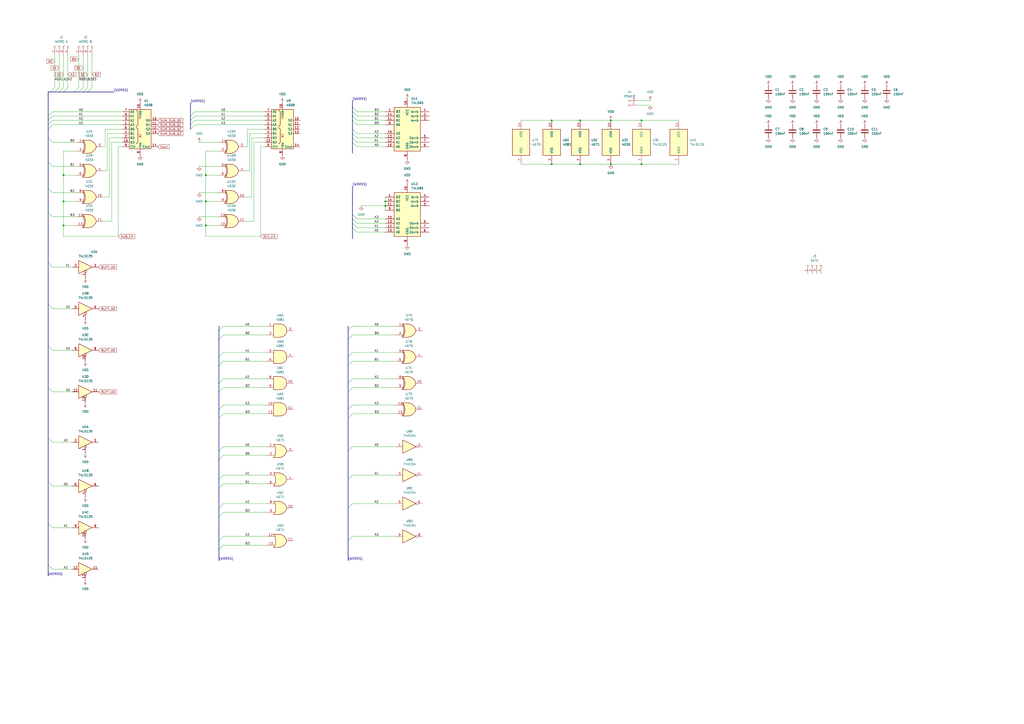
<source format=kicad_sch>
(kicad_sch (version 20231120) (generator "eeschema") (generator_version "8.0")
  (paper "A2")
  (lib_symbols
    (symbol "4xxx:4070" (pin_names (offset 1.016))
      (property "Reference" "U" (at 0 1.27 0))
      (property "Value" "4070" (at 0 -1.27 0))
      (symbol "4070_1_0"
        (pin input line (at -7.62 2.54 0) (length 4.445) (name "~") (number "1"))
        (pin input line (at -7.62 -2.54 0) (length 4.445) (name "~") (number "2"))
        (pin output line (at 7.62 0 180) (length 3.81) (name "~") (number "3"))
      )
      (symbol "4070_2_0"
        (pin output line (at 7.62 0 180) (length 3.81) (name "~") (number "4"))
        (pin input line (at -7.62 2.54 0) (length 4.445) (name "~") (number "5"))
        (pin input line (at -7.62 -2.54 0) (length 4.445) (name "~") (number "6"))
      )
      (symbol "4070_3_0"
        (pin output line (at 7.62 0 180) (length 3.81) (name "~") (number "10"))
        (pin input line (at -7.62 2.54 0) (length 4.445) (name "~") (number "8"))
        (pin input line (at -7.62 -2.54 0) (length 4.445) (name "~") (number "9"))
      )
      (symbol "4070_4_0"
        (pin output line (at 7.62 0 180) (length 3.81) (name "~") (number "11"))
        (pin input line (at -7.62 2.54 0) (length 4.445) (name "~") (number "12"))
        (pin input line (at -7.62 -2.54 0) (length 4.445) (name "~") (number "13"))
      )
      (symbol "4070_5_0"
        (pin power_in line (at 0 12.7 270) (length 5.08) (name "VDD") (number "14"))
        (pin power_in line (at 0 -12.7 90) (length 5.08) (name "VSS") (number "7"))
      )
    )
    (symbol "4xxx:4071" (pin_names (offset 1.016))
      (property "Reference" "U" (at 0 1.27 0))
      (property "Value" "4071" (at 0 -1.27 0))
      (symbol "4071_1_1"
        (pin input line (at -7.62 2.54 0) (length 4.318) (name "~") (number "1"))
        (pin input line (at -7.62 -2.54 0) (length 4.318) (name "~") (number "2"))
        (pin output line (at 7.62 0 180) (length 3.81) (name "~") (number "3"))
      )
      (symbol "4071_1_2"
        (pin input inverted (at -7.62 2.54 0) (length 3.81) (name "~") (number "1"))
        (pin input inverted (at -7.62 -2.54 0) (length 3.81) (name "~") (number "2"))
        (pin output inverted (at 7.62 0 180) (length 3.81) (name "~") (number "3"))
      )
      (symbol "4071_2_1"
        (pin output line (at 7.62 0 180) (length 3.81) (name "~") (number "4"))
        (pin input line (at -7.62 2.54 0) (length 4.318) (name "~") (number "5"))
        (pin input line (at -7.62 -2.54 0) (length 4.318) (name "~") (number "6"))
      )
      (symbol "4071_2_2"
        (pin output inverted (at 7.62 0 180) (length 3.81) (name "~") (number "4"))
        (pin input inverted (at -7.62 2.54 0) (length 3.81) (name "~") (number "5"))
        (pin input inverted (at -7.62 -2.54 0) (length 3.81) (name "~") (number "6"))
      )
      (symbol "4071_3_1"
        (pin output line (at 7.62 0 180) (length 3.81) (name "~") (number "10"))
        (pin input line (at -7.62 2.54 0) (length 4.318) (name "~") (number "8"))
        (pin input line (at -7.62 -2.54 0) (length 4.318) (name "~") (number "9"))
      )
      (symbol "4071_3_2"
        (pin output inverted (at 7.62 0 180) (length 3.81) (name "~") (number "10"))
        (pin input inverted (at -7.62 2.54 0) (length 3.81) (name "~") (number "8"))
        (pin input inverted (at -7.62 -2.54 0) (length 3.81) (name "~") (number "9"))
      )
      (symbol "4071_4_1"
        (pin output line (at 7.62 0 180) (length 3.81) (name "~") (number "11"))
        (pin input line (at -7.62 2.54 0) (length 4.318) (name "~") (number "12"))
        (pin input line (at -7.62 -2.54 0) (length 4.318) (name "~") (number "13"))
      )
      (symbol "4071_4_2"
        (pin output inverted (at 7.62 0 180) (length 3.81) (name "~") (number "11"))
        (pin input inverted (at -7.62 2.54 0) (length 3.81) (name "~") (number "12"))
        (pin input inverted (at -7.62 -2.54 0) (length 3.81) (name "~") (number "13"))
      )
      (symbol "4071_5_0"
        (pin power_in line (at 0 12.7 270) (length 5.08) (name "VDD") (number "14"))
        (pin power_in line (at 0 -12.7 90) (length 5.08) (name "VSS") (number "7"))
      )
    )
    (symbol "4xxx:4081" (pin_names (offset 1.016))
      (property "Reference" "U" (at 0 1.27 0))
      (property "Value" "4081" (at 0 -1.27 0))
      (symbol "4081_1_1"
        (pin input line (at -7.62 2.54 0) (length 3.81) (name "~") (number "1"))
        (pin input line (at -7.62 -2.54 0) (length 3.81) (name "~") (number "2"))
        (pin output line (at 7.62 0 180) (length 3.81) (name "~") (number "3"))
      )
      (symbol "4081_1_2"
        (pin input inverted (at -7.62 2.54 0) (length 4.318) (name "~") (number "1"))
        (pin input inverted (at -7.62 -2.54 0) (length 4.318) (name "~") (number "2"))
        (pin output inverted (at 7.62 0 180) (length 3.81) (name "~") (number "3"))
      )
      (symbol "4081_2_1"
        (pin output line (at 7.62 0 180) (length 3.81) (name "~") (number "4"))
        (pin input line (at -7.62 2.54 0) (length 3.81) (name "~") (number "5"))
        (pin input line (at -7.62 -2.54 0) (length 3.81) (name "~") (number "6"))
      )
      (symbol "4081_2_2"
        (pin output inverted (at 7.62 0 180) (length 3.81) (name "~") (number "4"))
        (pin input inverted (at -7.62 2.54 0) (length 4.318) (name "~") (number "5"))
        (pin input inverted (at -7.62 -2.54 0) (length 4.318) (name "~") (number "6"))
      )
      (symbol "4081_3_1"
        (pin output line (at 7.62 0 180) (length 3.81) (name "~") (number "10"))
        (pin input line (at -7.62 2.54 0) (length 3.81) (name "~") (number "8"))
        (pin input line (at -7.62 -2.54 0) (length 3.81) (name "~") (number "9"))
      )
      (symbol "4081_3_2"
        (pin output inverted (at 7.62 0 180) (length 3.81) (name "~") (number "10"))
        (pin input inverted (at -7.62 2.54 0) (length 4.318) (name "~") (number "8"))
        (pin input inverted (at -7.62 -2.54 0) (length 4.318) (name "~") (number "9"))
      )
      (symbol "4081_4_1"
        (pin output line (at 7.62 0 180) (length 3.81) (name "~") (number "11"))
        (pin input line (at -7.62 2.54 0) (length 3.81) (name "~") (number "12"))
        (pin input line (at -7.62 -2.54 0) (length 3.81) (name "~") (number "13"))
      )
      (symbol "4081_4_2"
        (pin output inverted (at 7.62 0 180) (length 3.81) (name "~") (number "11"))
        (pin input inverted (at -7.62 2.54 0) (length 4.318) (name "~") (number "12"))
        (pin input inverted (at -7.62 -2.54 0) (length 4.318) (name "~") (number "13"))
      )
      (symbol "4081_5_0"
        (pin power_in line (at 0 12.7 270) (length 5.08) (name "VDD") (number "14"))
        (pin power_in line (at 0 -12.7 90) (length 5.08) (name "VSS") (number "7"))
      )
    )
    (symbol "4xxx_IEEE:4008"
      (property "Reference" "U" (at 5.08 12.7 0))
      (property "Value" "4008" (at 7.62 -13.97 0))
      (symbol "4008_0_0"
        (text "P" (at 0 6.35 0) (effects (font (size 1.524 1.524))))
        (text "Q" (at 0 -3.81 0) (effects (font (size 1.524 1.524))))
      )
      (symbol "4008_1_1"
        (pin input line (at -10.16 2.54 0) (length 3.81) (name "A3") (number "1"))
        (pin output line (at 10.16 5.08 180) (length 3.81) (name "S0") (number "10"))
        (pin output line (at 10.16 2.54 180) (length 3.81) (name "S1") (number "11"))
        (pin output line (at 10.16 0 180) (length 3.81) (name "S2") (number "12"))
        (pin output line (at 10.16 -2.54 180) (length 3.81) (name "S3") (number "13"))
        (pin output line (at 10.16 -10.16 180) (length 3.81) (name "Cout") (number "14"))
        (pin input line (at -10.16 -7.62 0) (length 3.81) (name "B3") (number "15"))
        (pin power_in line (at 0 15.24 270) (length 3.81) (name "Vdd") (number "16"))
        (pin input line (at -10.16 -5.08 0) (length 3.81) (name "B2") (number "2"))
        (pin input line (at -10.16 5.08 0) (length 3.81) (name "A2") (number "3"))
        (pin input line (at -10.16 -2.54 0) (length 3.81) (name "B1") (number "4"))
        (pin input line (at -10.16 7.62 0) (length 3.81) (name "A1") (number "5"))
        (pin input line (at -10.16 0 0) (length 3.81) (name "B0") (number "6"))
        (pin input line (at -10.16 10.16 0) (length 3.81) (name "A0") (number "7"))
        (pin power_in line (at 0 -15.24 90) (length 3.81) (name "Vss") (number "8"))
        (pin input line (at -10.16 -10.16 0) (length 3.81) (name "Cin") (number "9"))
      )
    )
    (symbol "74xx:74HC04"
      (property "Reference" "U" (at 0 1.27 0))
      (property "Value" "74HC04" (at 0 -1.27 0))
      (symbol "74HC04_1_0"
        (pin input line (at -7.62 0 0) (length 3.81) (name "~") (number "1"))
        (pin output inverted (at 7.62 0 180) (length 3.81) (name "~") (number "2"))
      )
      (symbol "74HC04_2_0"
        (pin input line (at -7.62 0 0) (length 3.81) (name "~") (number "3"))
        (pin output inverted (at 7.62 0 180) (length 3.81) (name "~") (number "4"))
      )
      (symbol "74HC04_3_0"
        (pin input line (at -7.62 0 0) (length 3.81) (name "~") (number "5"))
        (pin output inverted (at 7.62 0 180) (length 3.81) (name "~") (number "6"))
      )
      (symbol "74HC04_4_0"
        (pin output inverted (at 7.62 0 180) (length 3.81) (name "~") (number "8"))
        (pin input line (at -7.62 0 0) (length 3.81) (name "~") (number "9"))
      )
      (symbol "74HC04_5_0"
        (pin output inverted (at 7.62 0 180) (length 3.81) (name "~") (number "10"))
        (pin input line (at -7.62 0 0) (length 3.81) (name "~") (number "11"))
      )
      (symbol "74HC04_6_0"
        (pin output inverted (at 7.62 0 180) (length 3.81) (name "~") (number "12"))
        (pin input line (at -7.62 0 0) (length 3.81) (name "~") (number "13"))
      )
      (symbol "74HC04_7_0"
        (pin power_in line (at 0 12.7 270) (length 5.08) (name "VCC") (number "14"))
        (pin power_in line (at 0 -12.7 90) (length 5.08) (name "GND") (number "7"))
      )
    )
    (symbol "74xx:74LS125" (pin_names (offset 1.016))
      (property "Reference" "U" (at 0 1.27 0))
      (property "Value" "74LS125" (at 0 -1.27 0))
      (symbol "74LS125_1_0"
        (pin input inverted (at 0 -6.35 90) (length 4.445) (name "~") (number "1"))
        (pin input line (at -7.62 0 0) (length 3.81) (name "~") (number "2"))
        (pin tri_state line (at 7.62 0 180) (length 3.81) (name "~") (number "3"))
      )
      (symbol "74LS125_2_0"
        (pin input inverted (at 0 -6.35 90) (length 4.445) (name "~") (number "4"))
        (pin input line (at -7.62 0 0) (length 3.81) (name "~") (number "5"))
        (pin tri_state line (at 7.62 0 180) (length 3.81) (name "~") (number "6"))
      )
      (symbol "74LS125_3_0"
        (pin input inverted (at 0 -6.35 90) (length 4.445) (name "~") (number "10"))
        (pin tri_state line (at 7.62 0 180) (length 3.81) (name "~") (number "8"))
        (pin input line (at -7.62 0 0) (length 3.81) (name "~") (number "9"))
      )
      (symbol "74LS125_4_0"
        (pin tri_state line (at 7.62 0 180) (length 3.81) (name "~") (number "11"))
        (pin input line (at -7.62 0 0) (length 3.81) (name "~") (number "12"))
        (pin input inverted (at 0 -6.35 90) (length 4.445) (name "~") (number "13"))
      )
      (symbol "74LS125_5_0"
        (pin power_in line (at 0 12.7 270) (length 5.08) (name "VCC") (number "14"))
        (pin power_in line (at 0 -12.7 90) (length 5.08) (name "GND") (number "7"))
      )
    )
    (symbol "74xx:74LS85" (pin_names (offset 1.016))
      (property "Reference" "U" (at -7.62 13.97 0))
      (property "Value" "74LS85" (at -7.62 -13.97 0))
      (symbol "74LS85_1_0"
        (pin input line (at -12.7 10.16 0) (length 5.08) (name "B3") (number "1"))
        (pin input line (at -12.7 -10.16 0) (length 5.08) (name "A0") (number "10"))
        (pin input line (at -12.7 5.08 0) (length 5.08) (name "B1") (number "11"))
        (pin input line (at -12.7 -7.62 0) (length 5.08) (name "A1") (number "12"))
        (pin input line (at -12.7 -5.08 0) (length 5.08) (name "A2") (number "13"))
        (pin input line (at -12.7 7.62 0) (length 5.08) (name "B2") (number "14"))
        (pin input line (at -12.7 -2.54 0) (length 5.08) (name "A3") (number "15"))
        (pin power_in line (at 0 17.78 270) (length 5.08) (name "VCC") (number "16"))
        (pin input line (at 12.7 7.62 180) (length 5.08) (name "Ia<b") (number "2"))
        (pin input line (at 12.7 5.08 180) (length 5.08) (name "Ia=b") (number "3"))
        (pin input line (at 12.7 10.16 180) (length 5.08) (name "Ia>b") (number "4"))
        (pin output line (at 12.7 -5.08 180) (length 5.08) (name "Oa>b") (number "5"))
        (pin output line (at 12.7 -10.16 180) (length 5.08) (name "Oa=b") (number "6"))
        (pin output line (at 12.7 -7.62 180) (length 5.08) (name "Oa<b") (number "7"))
        (pin power_in line (at 0 -17.78 90) (length 5.08) (name "GND") (number "8"))
        (pin input line (at -12.7 2.54 0) (length 5.08) (name "B0") (number "9"))
      )
    )
    (symbol "Connector:Conn_01x02_Socket" (pin_names (offset 1.016) hide)
      (property "Reference" "J" (at 0 2.54 0))
      (property "Value" "Conn_01x02_Socket" (at 0 -5.08 0))
      (symbol "Conn_01x02_Socket_1_1"
        (pin passive line (at -5.08 0 0) (length 3.81) (name "Pin_1") (number "1"))
        (pin passive line (at -5.08 -2.54 0) (length 3.81) (name "Pin_2") (number "2"))
      )
    )
    (symbol "Connector:Conn_01x04_Socket" (pin_names (offset 1.016) hide)
      (property "Reference" "J" (at 0 5.08 0))
      (property "Value" "Conn_01x04_Socket" (at 0 -7.62 0))
      (symbol "Conn_01x04_Socket_1_1"
        (pin passive line (at -5.08 2.54 0) (length 3.81) (name "Pin_1") (number "1"))
        (pin passive line (at -5.08 0 0) (length 3.81) (name "Pin_2") (number "2"))
        (pin passive line (at -5.08 -2.54 0) (length 3.81) (name "Pin_3") (number "3"))
        (pin passive line (at -5.08 -5.08 0) (length 3.81) (name "Pin_4") (number "4"))
      )
    )
    (symbol "Device:C" (pin_numbers hide) (pin_names (offset 0.254))
      (property "Reference" "C" (at 0.635 2.54 0))
      (property "Value" "C" (at 0.635 -2.54 0))
      (symbol "C_1_1"
        (pin passive line (at 0 3.81 270) (length 2.794) (name "~") (number "1"))
        (pin passive line (at 0 -3.81 90) (length 2.794) (name "~") (number "2"))
      )
    )
    (symbol "power:GND" (power) (pin_numbers hide) (pin_names (offset 0) hide)
      (property "Value" "GND" (at 0 -3.81 0))
      (symbol "GND_1_1"
        (pin power_in line (at 0 0 270) (length 0) (name "~") (number "1"))
      )
    )
    (symbol "power:VDD" (power) (pin_numbers hide) (pin_names (offset 0) hide)
      (property "Value" "VDD" (at 0 3.556 0))
      (symbol "VDD_1_1"
        (pin power_in line (at 0 0 90) (length 0) (name "~") (number "1"))
      )
    )
  )
  (bus_alias "WORDS" (members "A0" "A1" "A2" "A3" "B0" "B1" "B2" "B3"))
  (junction (at 320.04 95.25))
  (junction (at 320.04 69.85))
  (junction (at 354.33 69.85))
  (junction (at 372.11 69.85))
  (junction (at 372.11 95.25))
  (junction (at 223.52 119.38))
  (junction (at 223.52 116.84))
  (junction (at 119.38 101.6))
  (junction (at 36.83 130.81))
  (junction (at 119.38 130.81))
  (junction (at 119.38 116.84))
  (junction (at 36.83 101.6))
  (junction (at 336.55 95.25))
  (junction (at 354.33 95.25))
  (junction (at 336.55 69.85))
  (junction (at 36.83 116.84))
  (bus_entry (at 27.94 72.39) (size 2.54 -2.54))
  (bus_entry (at 27.94 327.66) (size 2.54 2.54))
  (bus_entry (at 127 283.21) (size 2.54 -2.54))
  (bus_entry (at 27.94 109.22) (size 2.54 2.54))
  (bus_entry (at 201.93 294.64) (size 2.54 -2.54))
  (bus_entry (at 27.94 69.85) (size 2.54 -2.54))
  (bus_entry (at 201.93 222.25) (size 2.54 -2.54))
  (bus_entry (at 204.47 62.23) (size 2.54 2.54))
  (bus_entry (at 43.18 53.34) (size 2.54 -2.54))
  (bus_entry (at 204.47 129.54) (size 2.54 2.54))
  (bus_entry (at 201.93 261.62) (size 2.54 -2.54))
  (bus_entry (at 127 261.62) (size 2.54 -2.54))
  (bus_entry (at 127 318.77) (size 2.54 -2.54))
  (bus_entry (at 27.94 303.53) (size 2.54 2.54))
  (bus_entry (at 110.49 72.39) (size 2.54 -2.54))
  (bus_entry (at 204.47 67.31) (size 2.54 2.54))
  (bus_entry (at 204.47 80.01) (size 2.54 2.54))
  (bus_entry (at 201.93 278.13) (size 2.54 -2.54))
  (bus_entry (at 204.47 132.08) (size 2.54 2.54))
  (bus_entry (at 201.93 212.09) (size 2.54 -2.54))
  (bus_entry (at 201.93 227.33) (size 2.54 -2.54))
  (bus_entry (at 127 299.72) (size 2.54 -2.54))
  (bus_entry (at 204.47 127) (size 2.54 2.54))
  (bus_entry (at 27.94 176.53) (size 2.54 2.54))
  (bus_entry (at 48.26 53.34) (size 2.54 -2.54))
  (bus_entry (at 127 207.01) (size 2.54 -2.54))
  (bus_entry (at 27.94 123.19) (size 2.54 2.54))
  (bus_entry (at 27.94 224.79) (size 2.54 2.54))
  (bus_entry (at 27.94 200.66) (size 2.54 2.54))
  (bus_entry (at 201.93 242.57) (size 2.54 -2.54))
  (bus_entry (at 127 191.77) (size 2.54 -2.54))
  (bus_entry (at 201.93 207.01) (size 2.54 -2.54))
  (bus_entry (at 201.93 196.85) (size 2.54 -2.54))
  (bus_entry (at 201.93 191.77) (size 2.54 -2.54))
  (bus_entry (at 127 222.25) (size 2.54 -2.54))
  (bus_entry (at 204.47 69.85) (size 2.54 2.54))
  (bus_entry (at 127 237.49) (size 2.54 -2.54))
  (bus_entry (at 34.29 53.34) (size 2.54 -2.54))
  (bus_entry (at 204.47 74.93) (size 2.54 2.54))
  (bus_entry (at 27.94 74.93) (size 2.54 -2.54))
  (bus_entry (at 201.93 313.69) (size 2.54 -2.54))
  (bus_entry (at 27.94 93.98) (size 2.54 2.54))
  (bus_entry (at 127 313.69) (size 2.54 -2.54))
  (bus_entry (at 29.21 53.34) (size 2.54 -2.54))
  (bus_entry (at 127 266.7) (size 2.54 -2.54))
  (bus_entry (at 204.47 82.55) (size 2.54 2.54))
  (bus_entry (at 45.72 53.34) (size 2.54 -2.54))
  (bus_entry (at 110.49 74.93) (size 2.54 -2.54))
  (bus_entry (at 127 196.85) (size 2.54 -2.54))
  (bus_entry (at 36.83 53.34) (size 2.54 -2.54))
  (bus_entry (at 27.94 67.31) (size 2.54 -2.54))
  (bus_entry (at 127 278.13) (size 2.54 -2.54))
  (bus_entry (at 27.94 254) (size 2.54 2.54))
  (bus_entry (at 204.47 124.46) (size 2.54 2.54))
  (bus_entry (at 204.47 77.47) (size 2.54 2.54))
  (bus_entry (at 127 242.57) (size 2.54 -2.54))
  (bus_entry (at 204.47 64.77) (size 2.54 2.54))
  (bus_entry (at 50.8 53.34) (size 2.54 -2.54))
  (bus_entry (at 27.94 152.4) (size 2.54 2.54))
  (bus_entry (at 27.94 80.01) (size 2.54 2.54))
  (bus_entry (at 110.49 69.85) (size 2.54 -2.54))
  (bus_entry (at 127 212.09) (size 2.54 -2.54))
  (bus_entry (at 110.49 67.31) (size 2.54 -2.54))
  (bus_entry (at 31.75 53.34) (size 2.54 -2.54))
  (bus_entry (at 127 227.33) (size 2.54 -2.54))
  (bus_entry (at 127 294.64) (size 2.54 -2.54))
  (bus_entry (at 201.93 237.49) (size 2.54 -2.54))
  (bus_entry (at 27.94 279.4) (size 2.54 2.54))
  (bus (pts (xy 127 222.25) (xy 127 227.33)))
  (wire (pts (xy 204.47 240.03) (xy 229.87 240.03)))
  (bus (pts (xy 204.47 124.46) (xy 204.47 127)))
  (bus (pts (xy 204.47 82.55) (xy 204.47 88.9)))
  (wire (pts (xy 223.52 116.84) (xy 223.52 119.38)))
  (wire (pts (xy 36.83 130.81) (xy 44.45 130.81)))
  (wire (pts (xy 119.38 116.84) (xy 119.38 130.81)))
  (bus (pts (xy 127 278.13) (xy 127 283.21)))
  (wire (pts (xy 142.24 128.27) (xy 147.32 128.27)))
  (wire (pts (xy 369.57 60.96) (xy 377.19 60.96)))
  (wire (pts (xy 115.57 82.55) (xy 127 82.55)))
  (wire (pts (xy 36.83 87.63) (xy 36.83 101.6)))
  (wire (pts (xy 30.48 306.07) (xy 41.91 306.07)))
  (wire (pts (xy 129.54 219.71) (xy 154.94 219.71)))
  (bus (pts (xy 127 266.7) (xy 127 278.13)))
  (wire (pts (xy 372.11 95.25) (xy 393.7 95.25)))
  (bus (pts (xy 27.94 109.22) (xy 27.94 123.19)))
  (wire (pts (xy 60.96 85.09) (xy 60.96 74.93)))
  (wire (pts (xy 129.54 275.59) (xy 154.94 275.59)))
  (wire (pts (xy 129.54 224.79) (xy 154.94 224.79)))
  (wire (pts (xy 50.8 31.75) (xy 50.8 50.8)))
  (bus (pts (xy 127 189.23) (xy 127 191.77)))
  (wire (pts (xy 204.47 275.59) (xy 229.87 275.59)))
  (wire (pts (xy 153.67 77.47) (xy 144.78 77.47)))
  (bus (pts (xy 110.49 67.31) (xy 110.49 69.85)))
  (wire (pts (xy 143.51 74.93) (xy 153.67 74.93)))
  (bus (pts (xy 201.93 242.57) (xy 201.93 261.62)))
  (wire (pts (xy 204.47 189.23) (xy 229.87 189.23)))
  (wire (pts (xy 30.48 72.39) (xy 71.12 72.39)))
  (bus (pts (xy 201.93 261.62) (xy 201.93 278.13)))
  (wire (pts (xy 151.13 137.16) (xy 151.13 85.09)))
  (bus (pts (xy 27.94 72.39) (xy 27.94 74.93)))
  (wire (pts (xy 119.38 130.81) (xy 127 130.81)))
  (wire (pts (xy 146.05 80.01) (xy 153.67 80.01)))
  (wire (pts (xy 129.54 209.55) (xy 154.94 209.55)))
  (wire (pts (xy 369.57 58.42) (xy 377.19 58.42)))
  (wire (pts (xy 115.57 96.52) (xy 127 96.52)))
  (bus (pts (xy 201.93 191.77) (xy 201.93 196.85)))
  (bus (pts (xy 110.49 59.69) (xy 110.49 67.31)))
  (wire (pts (xy 30.48 330.2) (xy 41.91 330.2)))
  (bus (pts (xy 204.47 129.54) (xy 204.47 132.08)))
  (wire (pts (xy 36.83 116.84) (xy 44.45 116.84)))
  (wire (pts (xy 142.24 114.3) (xy 146.05 114.3)))
  (wire (pts (xy 207.01 77.47) (xy 223.52 77.47)))
  (bus (pts (xy 127 261.62) (xy 127 266.7)))
  (wire (pts (xy 204.47 194.31) (xy 229.87 194.31)))
  (bus (pts (xy 201.93 212.09) (xy 201.93 222.25)))
  (bus (pts (xy 27.94 123.19) (xy 27.94 152.4)))
  (wire (pts (xy 207.01 72.39) (xy 223.52 72.39)))
  (wire (pts (xy 68.58 85.09) (xy 71.12 85.09)))
  (wire (pts (xy 204.47 204.47) (xy 229.87 204.47)))
  (wire (pts (xy 204.47 219.71) (xy 229.87 219.71)))
  (wire (pts (xy 129.54 204.47) (xy 154.94 204.47)))
  (wire (pts (xy 119.38 101.6) (xy 119.38 116.84)))
  (wire (pts (xy 354.33 69.85) (xy 372.11 69.85)))
  (wire (pts (xy 30.48 82.55) (xy 44.45 82.55)))
  (wire (pts (xy 34.29 31.75) (xy 34.29 50.8)))
  (bus (pts (xy 27.94 200.66) (xy 27.94 224.79)))
  (wire (pts (xy 59.69 114.3) (xy 63.5 114.3)))
  (wire (pts (xy 63.5 114.3) (xy 63.5 80.01)))
  (wire (pts (xy 68.58 137.16) (xy 68.58 85.09)))
  (wire (pts (xy 223.52 114.3) (xy 223.52 116.84)))
  (wire (pts (xy 30.48 281.94) (xy 41.91 281.94)))
  (bus (pts (xy 110.49 72.39) (xy 110.49 74.93)))
  (bus (pts (xy 110.49 69.85) (xy 110.49 72.39)))
  (bus (pts (xy 204.47 132.08) (xy 204.47 138.43)))
  (wire (pts (xy 30.48 67.31) (xy 71.12 67.31)))
  (wire (pts (xy 209.55 119.38) (xy 223.52 119.38)))
  (wire (pts (xy 119.38 130.81) (xy 119.38 137.16)))
  (wire (pts (xy 30.48 256.54) (xy 41.91 256.54)))
  (wire (pts (xy 204.47 234.95) (xy 229.87 234.95)))
  (bus (pts (xy 204.47 107.95) (xy 204.47 124.46)))
  (wire (pts (xy 36.83 137.16) (xy 68.58 137.16)))
  (wire (pts (xy 48.26 31.75) (xy 48.26 50.8)))
  (bus (pts (xy 204.47 127) (xy 204.47 129.54)))
  (wire (pts (xy 59.69 99.06) (xy 62.23 99.06)))
  (bus (pts (xy 27.94 74.93) (xy 27.94 80.01)))
  (wire (pts (xy 115.57 125.73) (xy 127 125.73)))
  (bus (pts (xy 27.94 279.4) (xy 27.94 303.53)))
  (bus (pts (xy 27.94 80.01) (xy 27.94 93.98)))
  (wire (pts (xy 44.45 87.63) (xy 36.83 87.63)))
  (wire (pts (xy 63.5 80.01) (xy 71.12 80.01)))
  (bus (pts (xy 204.47 62.23) (xy 204.47 64.77)))
  (bus (pts (xy 43.18 53.34) (xy 45.72 53.34)))
  (wire (pts (xy 30.48 64.77) (xy 71.12 64.77)))
  (bus (pts (xy 31.75 53.34) (xy 34.29 53.34)))
  (wire (pts (xy 113.03 67.31) (xy 153.67 67.31)))
  (bus (pts (xy 127 242.57) (xy 127 261.62)))
  (wire (pts (xy 53.34 31.75) (xy 53.34 50.8)))
  (wire (pts (xy 64.77 128.27) (xy 64.77 82.55)))
  (wire (pts (xy 147.32 82.55) (xy 153.67 82.55)))
  (bus (pts (xy 27.94 327.66) (xy 27.94 334.01)))
  (bus (pts (xy 204.47 77.47) (xy 204.47 80.01)))
  (bus (pts (xy 127 313.69) (xy 127 318.77)))
  (bus (pts (xy 204.47 67.31) (xy 204.47 69.85)))
  (bus (pts (xy 201.93 278.13) (xy 201.93 294.64)))
  (wire (pts (xy 30.48 96.52) (xy 44.45 96.52)))
  (bus (pts (xy 201.93 222.25) (xy 201.93 227.33)))
  (bus (pts (xy 27.94 254) (xy 27.94 279.4)))
  (wire (pts (xy 223.52 119.38) (xy 223.52 121.92)))
  (bus (pts (xy 204.47 58.42) (xy 204.47 62.23)))
  (wire (pts (xy 207.01 134.62) (xy 223.52 134.62)))
  (wire (pts (xy 60.96 85.09) (xy 59.69 85.09)))
  (bus (pts (xy 29.21 53.34) (xy 31.75 53.34)))
  (wire (pts (xy 320.04 95.25) (xy 336.55 95.25)))
  (wire (pts (xy 129.54 297.18) (xy 154.94 297.18)))
  (wire (pts (xy 36.83 101.6) (xy 36.83 116.84)))
  (wire (pts (xy 207.01 64.77) (xy 223.52 64.77)))
  (wire (pts (xy 60.96 74.93) (xy 71.12 74.93)))
  (bus (pts (xy 50.8 53.34) (xy 66.04 53.34)))
  (wire (pts (xy 129.54 292.1) (xy 154.94 292.1)))
  (wire (pts (xy 207.01 127) (xy 223.52 127)))
  (bus (pts (xy 127 283.21) (xy 127 294.64)))
  (wire (pts (xy 119.38 116.84) (xy 127 116.84)))
  (wire (pts (xy 204.47 209.55) (xy 229.87 209.55)))
  (bus (pts (xy 27.94 93.98) (xy 27.94 109.22)))
  (wire (pts (xy 302.26 69.85) (xy 320.04 69.85)))
  (wire (pts (xy 30.48 69.85) (xy 71.12 69.85)))
  (wire (pts (xy 129.54 189.23) (xy 154.94 189.23)))
  (bus (pts (xy 127 196.85) (xy 127 207.01)))
  (bus (pts (xy 27.94 67.31) (xy 27.94 69.85)))
  (bus (pts (xy 127 237.49) (xy 127 242.57)))
  (wire (pts (xy 31.75 31.75) (xy 31.75 50.8)))
  (bus (pts (xy 27.94 224.79) (xy 27.94 254)))
  (bus (pts (xy 201.93 294.64) (xy 201.93 313.69)))
  (wire (pts (xy 144.78 77.47) (xy 144.78 99.06)))
  (wire (pts (xy 115.57 111.76) (xy 127 111.76)))
  (wire (pts (xy 147.32 128.27) (xy 147.32 82.55)))
  (wire (pts (xy 336.55 69.85) (xy 354.33 69.85)))
  (wire (pts (xy 320.04 69.85) (xy 336.55 69.85)))
  (wire (pts (xy 30.48 203.2) (xy 41.91 203.2)))
  (wire (pts (xy 30.48 125.73) (xy 44.45 125.73)))
  (wire (pts (xy 119.38 137.16) (xy 151.13 137.16)))
  (bus (pts (xy 201.93 196.85) (xy 201.93 207.01)))
  (wire (pts (xy 302.26 95.25) (xy 320.04 95.25)))
  (wire (pts (xy 204.47 311.15) (xy 229.87 311.15)))
  (wire (pts (xy 207.01 82.55) (xy 223.52 82.55)))
  (wire (pts (xy 113.03 64.77) (xy 153.67 64.77)))
  (bus (pts (xy 34.29 53.34) (xy 36.83 53.34)))
  (wire (pts (xy 207.01 67.31) (xy 223.52 67.31)))
  (bus (pts (xy 127 227.33) (xy 127 237.49)))
  (bus (pts (xy 204.47 74.93) (xy 204.47 77.47)))
  (wire (pts (xy 204.47 292.1) (xy 229.87 292.1)))
  (wire (pts (xy 207.01 129.54) (xy 223.52 129.54)))
  (wire (pts (xy 146.05 114.3) (xy 146.05 80.01)))
  (bus (pts (xy 45.72 53.34) (xy 48.26 53.34)))
  (bus (pts (xy 127 212.09) (xy 127 222.25)))
  (bus (pts (xy 48.26 53.34) (xy 50.8 53.34)))
  (wire (pts (xy 113.03 72.39) (xy 153.67 72.39)))
  (bus (pts (xy 127 207.01) (xy 127 212.09)))
  (wire (pts (xy 129.54 259.08) (xy 154.94 259.08)))
  (wire (pts (xy 113.03 69.85) (xy 153.67 69.85)))
  (bus (pts (xy 204.47 80.01) (xy 204.47 82.55)))
  (wire (pts (xy 30.48 179.07) (xy 41.91 179.07)))
  (wire (pts (xy 354.33 95.25) (xy 372.11 95.25)))
  (wire (pts (xy 143.51 85.09) (xy 143.51 74.93)))
  (wire (pts (xy 127 87.63) (xy 119.38 87.63)))
  (wire (pts (xy 30.48 227.33) (xy 41.91 227.33)))
  (wire (pts (xy 207.01 85.09) (xy 223.52 85.09)))
  (bus (pts (xy 201.93 189.23) (xy 201.93 191.77)))
  (wire (pts (xy 30.48 111.76) (xy 44.45 111.76)))
  (bus (pts (xy 27.94 303.53) (xy 27.94 327.66)))
  (wire (pts (xy 119.38 87.63) (xy 119.38 101.6)))
  (wire (pts (xy 142.24 99.06) (xy 144.78 99.06)))
  (bus (pts (xy 201.93 207.01) (xy 201.93 212.09)))
  (bus (pts (xy 27.94 176.53) (xy 27.94 200.66)))
  (wire (pts (xy 143.51 85.09) (xy 142.24 85.09)))
  (bus (pts (xy 27.94 69.85) (xy 27.94 72.39)))
  (wire (pts (xy 30.48 154.94) (xy 41.91 154.94)))
  (bus (pts (xy 27.94 53.34) (xy 29.21 53.34)))
  (wire (pts (xy 207.01 132.08) (xy 223.52 132.08)))
  (bus (pts (xy 127 191.77) (xy 127 196.85)))
  (bus (pts (xy 201.93 227.33) (xy 201.93 237.49)))
  (bus (pts (xy 127 294.64) (xy 127 299.72)))
  (wire (pts (xy 36.83 130.81) (xy 36.83 137.16)))
  (wire (pts (xy 39.37 31.75) (xy 39.37 50.8)))
  (wire (pts (xy 336.55 95.25) (xy 354.33 95.25)))
  (wire (pts (xy 119.38 101.6) (xy 127 101.6)))
  (bus (pts (xy 36.83 53.34) (xy 43.18 53.34)))
  (wire (pts (xy 129.54 240.03) (xy 154.94 240.03)))
  (bus (pts (xy 204.47 69.85) (xy 204.47 74.93)))
  (wire (pts (xy 207.01 80.01) (xy 223.52 80.01)))
  (bus (pts (xy 201.93 313.69) (xy 201.93 325.12)))
  (wire (pts (xy 36.83 101.6) (xy 44.45 101.6)))
  (bus (pts (xy 127 299.72) (xy 127 313.69)))
  (wire (pts (xy 129.54 234.95) (xy 154.94 234.95)))
  (wire (pts (xy 64.77 82.55) (xy 71.12 82.55)))
  (bus (pts (xy 127 318.77) (xy 127 325.12)))
  (wire (pts (xy 36.83 116.84) (xy 36.83 130.81)))
  (wire (pts (xy 129.54 316.23) (xy 154.94 316.23)))
  (wire (pts (xy 207.01 69.85) (xy 223.52 69.85)))
  (wire (pts (xy 59.69 128.27) (xy 64.77 128.27)))
  (wire (pts (xy 372.11 69.85) (xy 393.7 69.85)))
  (wire (pts (xy 151.13 85.09) (xy 153.67 85.09)))
  (wire (pts (xy 204.47 259.08) (xy 229.87 259.08)))
  (bus (pts (xy 204.47 64.77) (xy 204.47 67.31)))
  (wire (pts (xy 71.12 77.47) (xy 62.23 77.47)))
  (wire (pts (xy 36.83 31.75) (xy 36.83 50.8)))
  (wire (pts (xy 129.54 280.67) (xy 154.94 280.67)))
  (wire (pts (xy 129.54 264.16) (xy 154.94 264.16)))
  (bus (pts (xy 201.93 237.49) (xy 201.93 242.57)))
  (bus (pts (xy 27.94 152.4) (xy 27.94 176.53)))
  (wire (pts (xy 204.47 224.79) (xy 229.87 224.79)))
  (wire (pts (xy 129.54 311.15) (xy 154.94 311.15)))
  (bus (pts (xy 27.94 53.34) (xy 27.94 67.31)))
  (wire (pts (xy 45.72 31.75) (xy 45.72 50.8)))
  (wire (pts (xy 62.23 77.47) (xy 62.23 99.06)))
  (wire (pts (xy 129.54 194.31) (xy 154.94 194.31)))
  (label "A3" (at 217.17 234.95 0))
  (label "B1" (at 142.24 209.55 0))
  (label "A2" (at 142.24 219.71 0))
  (label "B3" (at 142.24 240.03 0))
  (label "A3" (at 217.17 311.15 0))
  (label "{WORDS}" (at 127 325.12 0))
  (label "A3" (at 142.24 311.15 0))
  (label "A1" (at 128.27 67.31 0))
  (label "A3" (at 142.24 234.95 0))
  (label "B1" (at 217.17 69.85 0))
  (label "A3" (at 128.27 72.39 0))
  (label "A0" (at 45.72 64.77 0))
  (label "B2" (at 217.17 67.31 0))
  (label "B0" (at 40.64 82.55 0))
  (label "B2" (at 40.64 111.76 0))
  (label "B3" (at 217.17 64.77 0))
  (label "A2" (at 128.27 69.85 0))
  (label "A2" (at 38.1 179.07 0))
  (label "B0" (at 217.17 72.39 0))
  (label "B3" (at 142.24 316.23 0))
  (label "A2" (at 36.83 46.99 0))
  (label "A0" (at 217.17 134.62 0))
  (label "B0" (at 45.72 46.99 0))
  (label "A1" (at 34.29 46.99 0))
  (label "A0" (at 38.1 227.33 0))
  (label "B0" (at 217.17 194.31 0))
  (label "B3" (at 53.34 46.99 0))
  (label "A1" (at 217.17 275.59 0))
  (label "A1" (at 45.72 67.31 0))
  (label "A3" (at 217.17 127 0))
  (label "A2" (at 217.17 292.1 0))
  (label "A2" (at 217.17 219.71 0))
  (label "A2" (at 39.37 46.99 0))
  (label "A1" (at 142.24 204.47 0))
  (label "A3" (at 38.1 203.2 0))
  (label "B1" (at 142.24 280.67 0))
  (label "B2" (at 50.8 46.99 0))
  (label "A0" (at 36.83 281.94 0))
  (label "B3" (at 40.64 125.73 0))
  (label "A1" (at 36.83 306.07 0))
  (label "A0" (at 128.27 64.77 0))
  (label "B0" (at 142.24 264.16 0))
  (label "B2" (at 217.17 224.79 0))
  (label "{WORDS}" (at 204.47 107.95 0))
  (label "B3" (at 217.17 240.03 0))
  (label "A2" (at 217.17 80.01 0))
  (label "A1" (at 217.17 132.08 0))
  (label "A3" (at 45.72 72.39 0))
  (label "{WORDS}" (at 201.93 325.12 0))
  (label "A2" (at 217.17 129.54 0))
  (label "B1" (at 40.64 96.52 0))
  (label "{WORDS}" (at 110.49 59.69 0))
  (label "A1" (at 142.24 275.59 0))
  (label "A0" (at 217.17 189.23 0))
  (label "{WORDS}" (at 66.04 53.34 0))
  (label "A0" (at 142.24 259.08 0))
  (label "A0" (at 217.17 259.08 0))
  (label "B0" (at 142.24 194.31 0))
  (label "B1" (at 217.17 209.55 0))
  (label "B2" (at 142.24 297.18 0))
  (label "A3" (at 217.17 77.47 0))
  (label "A1" (at 38.1 154.94 0))
  (label "A0" (at 142.24 189.23 0))
  (label "B1" (at 48.26 46.99 0))
  (label "A1" (at 217.17 204.47 0))
  (label "B2" (at 142.24 224.79 0))
  (label "A1" (at 217.17 82.55 0))
  (label "A0" (at 31.75 46.99 0))
  (label "A0" (at 217.17 85.09 0))
  (label "A3" (at 36.83 256.54 0))
  (label "A2" (at 142.24 292.1 0))
  (label "{WORDS}" (at 27.94 334.01 0))
  (label "A2" (at 45.72 69.85 0))
  (label "A2" (at 36.83 330.2 0))
  (label "{WORDS}" (at 204.47 58.42 0))
  (global_label "BUFF_A0" (shape input) (at 57.15 179.07 0) (property "Intersheetrefs" "${INTERSHEET_REFS}" (effects (hide yes))))
  (global_label "BUFF_A0" (shape input) (at 57.15 227.33 0) (property "Intersheetrefs" "${INTERSHEET_REFS}" (effects (hide yes))))
  (global_label "SUM_SUB_Q1" (shape input) (at 91.44 72.39 0) (property "Intersheetrefs" "${INTERSHEET_REFS}" (effects (hide yes))))
  (global_label "BUFF_A0" (shape input) (at 57.15 203.2 0) (property "Intersheetrefs" "${INTERSHEET_REFS}" (effects (hide yes))))
  (global_label "A0" (shape input) (at 31.75 35.56 180) (property "Intersheetrefs" "${INTERSHEET_REFS}" (effects (hide yes))))
  (global_label "Cout" (shape input) (at 91.44 85.09 0) (property "Intersheetrefs" "${INTERSHEET_REFS}" (effects (hide yes))))
  (global_label "SUB_EN" (shape input) (at 68.58 137.16 0) (property "Intersheetrefs" "${INTERSHEET_REFS}" (effects (hide yes))))
  (global_label "B3" (shape input) (at 53.34 43.18 0) (property "Intersheetrefs" "${INTERSHEET_REFS}" (effects (hide yes))))
  (global_label "B0" (shape input) (at 45.72 34.29 180) (property "Intersheetrefs" "${INTERSHEET_REFS}" (effects (hide yes))))
  (global_label "A1" (shape input) (at 34.29 39.37 180) (property "Intersheetrefs" "${INTERSHEET_REFS}" (effects (hide yes))))
  (global_label "SUM_SUB_Q2" (shape input) (at 91.44 74.93 0) (property "Intersheetrefs" "${INTERSHEET_REFS}" (effects (hide yes))))
  (global_label "SUM_SUB_Q0" (shape input) (at 91.44 69.85 0) (property "Intersheetrefs" "${INTERSHEET_REFS}" (effects (hide yes))))
  (global_label "A3" (shape input) (at 39.37 43.18 0) (property "Intersheetrefs" "${INTERSHEET_REFS}" (effects (hide yes))))
  (global_label "A2" (shape input) (at 36.83 43.18 180) (property "Intersheetrefs" "${INTERSHEET_REFS}" (effects (hide yes))))
  (global_label "B1" (shape input) (at 48.26 39.37 180) (property "Intersheetrefs" "${INTERSHEET_REFS}" (effects (hide yes))))
  (global_label "DEC_EN" (shape input) (at 151.13 137.16 0) (property "Intersheetrefs" "${INTERSHEET_REFS}" (effects (hide yes))))
  (global_label "BUFF_A0" (shape input) (at 57.15 154.94 0) (property "Intersheetrefs" "${INTERSHEET_REFS}" (effects (hide yes))))
  (global_label "B2" (shape input) (at 50.8 43.18 180) (property "Intersheetrefs" "${INTERSHEET_REFS}" (effects (hide yes))))
  (global_label "SUM_SUB_Q3" (shape input) (at 91.44 77.47 0) (property "Intersheetrefs" "${INTERSHEET_REFS}" (effects (hide yes))))
  (symbol (lib_id "power:VDD") (at 377.19 58.42 0) (unit 1)
    (property "Reference" "#PWR01" (effects (hide yes)))
    (property "Value" "VDD" (at 377.19 53.34 0))
    (property "Description" "Power symbol creates a global label with name \"VDD\"" (effects (hide yes)))
  )
  (symbol (lib_id "4xxx:4070") (at 52.07 85.09 0) (unit 1)
    (property "Reference" "U2" (at 51.7652 76.2 0))
    (property "Value" "4030" (at 51.7652 78.74 0))
    (property "Datasheet" "http://www.intersil.com/content/dam/Intersil/documents/cd40/cd4070bms-77bms.pdf" (effects (hide yes)))
    (property "Description" "Quad Xor 2 inputs" (effects (hide yes)))
  )
  (symbol (lib_id "power:VDD") (at 49.53 185.42 180) (unit 1)
    (property "Reference" "#PWR030" (effects (hide yes)))
    (property "Value" "VDD" (at 49.53 190.5 0))
    (property "Description" "Power symbol creates a global label with name \"VDD\"" (effects (hide yes)))
  )
  (symbol (lib_id "4xxx:4071") (at 162.56 261.62 0) (unit 1)
    (property "Reference" "U5" (at 162.56 252.73 0))
    (property "Value" "4071" (at 162.56 255.27 0))
    (property "Datasheet" "http://www.intersil.com/content/dam/Intersil/documents/cd40/cd4071bms-72bms-75bms.pdf" (effects (hide yes)))
    (property "Description" "Quad Or 2 inputs" (effects (hide yes)))
  )
  (symbol (lib_id "power:GND") (at 115.57 111.76 0) (unit 1)
    (property "Reference" "#PWR039" (effects (hide yes)))
    (property "Value" "GND" (at 115.57 116.84 0))
    (property "Description" "Power symbol creates a global label with name \"GND\" , ground" (effects (hide yes)))
  )
  (symbol (lib_id "Device:C") (at 445.77 76.2 0) (unit 1)
    (property "Reference" "C7" (at 449.58 74.9299 0) (effects (justify left)))
    (property "Value" "100nF" (at 449.58 77.4699 0) (effects (justify left)))
    (property "Description" "Unpolarized capacitor" (effects (hide yes)))
  )
  (symbol (lib_id "74xx:74LS125") (at 393.7 82.55 0) (unit 5)
    (property "Reference" "U4" (at 400.05 81.2799 0) (effects (justify left)))
    (property "Value" "74LS125" (at 400.05 83.8199 0) (effects (justify left)))
    (property "Datasheet" "http://www.ti.com/lit/gpn/sn74LS125" (effects (hide yes)))
    (property "Description" "Quad buffer 3-State outputs" (effects (hide yes)))
  )
  (symbol (lib_id "power:VDD") (at 49.53 161.29 180) (unit 1)
    (property "Reference" "#PWR029" (effects (hide yes)))
    (property "Value" "VDD" (at 49.53 166.37 0))
    (property "Description" "Power symbol creates a global label with name \"VDD\"" (effects (hide yes)))
  )
  (symbol (lib_id "Device:C") (at 445.77 53.34 0) (unit 1)
    (property "Reference" "C1" (at 449.58 52.0699 0) (effects (justify left)))
    (property "Value" "100nF" (at 449.58 54.6099 0) (effects (justify left)))
    (property "Description" "Unpolarized capacitor" (effects (hide yes)))
  )
  (symbol (lib_id "Connector:Conn_01x04_Socket") (at 471.17 153.67 90) (unit 1)
    (property "Reference" "J3" (at 472.44 148.59 90))
    (property "Value" "DATA" (at 472.44 151.13 90))
    (property "Description" "Generic connector, single row, 01x04, script generated" (effects (hide yes)))
  )
  (symbol (lib_id "power:VDD") (at 501.65 72.39 0) (unit 1)
    (property "Reference" "#PWR019" (effects (hide yes)))
    (property "Value" "VDD" (at 501.65 67.31 0))
    (property "Description" "Power symbol creates a global label with name \"VDD\"" (effects (hide yes)))
  )
  (symbol (lib_id "4xxx_IEEE:4008") (at 163.83 74.93 0) (unit 1)
    (property "Reference" "U9" (at 166.0241 58.42 0) (effects (justify left)))
    (property "Value" "4008" (at 166.0241 60.96 0) (effects (justify left)))
  )
  (symbol (lib_id "4xxx:4071") (at 162.56 278.13 0) (unit 2)
    (property "Reference" "U5" (at 162.56 269.24 0))
    (property "Value" "4071" (at 162.56 271.78 0))
    (property "Datasheet" "http://www.intersil.com/content/dam/Intersil/documents/cd40/cd4071bms-72bms-75bms.pdf" (effects (hide yes)))
    (property "Description" "Quad Or 2 inputs" (effects (hide yes)))
  )
  (symbol (lib_id "4xxx:4070") (at 134.62 128.27 0) (unit 4)
    (property "Reference" "U10" (at 134.3152 119.38 0))
    (property "Value" "4030" (at 134.3152 121.92 0))
    (property "Datasheet" "http://www.intersil.com/content/dam/Intersil/documents/cd40/cd4070bms-77bms.pdf" (effects (hide yes)))
    (property "Description" "Quad Xor 2 inputs" (effects (hide yes)))
  )
  (symbol (lib_id "power:VDD") (at 163.83 59.69 0) (unit 1)
    (property "Reference" "#PWR047" (effects (hide yes)))
    (property "Value" "VDD" (at 163.83 54.61 0))
    (property "Description" "Power symbol creates a global label with name \"VDD\"" (effects (hide yes)))
  )
  (symbol (lib_id "4xxx:4081") (at 162.56 207.01 0) (unit 2)
    (property "Reference" "U6" (at 162.5517 198.12 0))
    (property "Value" "4081" (at 162.5517 200.66 0))
    (property "Datasheet" "http://www.intersil.com/content/dam/Intersil/documents/cd40/cd4073bms-81bms-82bms.pdf" (effects (hide yes)))
    (property "Description" "Quad And 2 inputs" (effects (hide yes)))
  )
  (symbol (lib_id "74xx:74LS125") (at 49.53 154.94 0) (unit 1)
    (property "Reference" "U3" (at 54.61 146.05 0))
    (property "Value" "74LS125" (at 49.53 148.59 0))
    (property "Datasheet" "http://www.ti.com/lit/gpn/sn74LS125" (effects (hide yes)))
    (property "Description" "Quad buffer 3-State outputs" (effects (hide yes)))
  )
  (symbol (lib_id "power:GND") (at 115.57 125.73 0) (unit 1)
    (property "Reference" "#PWR040" (effects (hide yes)))
    (property "Value" "GND" (at 115.57 130.81 0))
    (property "Description" "Power symbol creates a global label with name \"GND\" , ground" (effects (hide yes)))
  )
  (symbol (lib_id "74xx:74HC04") (at 237.49 311.15 0) (unit 4)
    (property "Reference" "U8" (at 237.49 302.26 0))
    (property "Value" "74HC04" (at 237.49 304.8 0))
    (property "Datasheet" "https://assets.nexperia.com/documents/data-sheet/74HC_HCT04.pdf" (effects (hide yes)))
    (property "Description" "Hex Inverter" (effects (hide yes)))
  )
  (symbol (lib_id "power:VDD") (at 473.71 49.53 0) (unit 1)
    (property "Reference" "#PWR07" (effects (hide yes)))
    (property "Value" "VDD" (at 473.71 44.45 0))
    (property "Description" "Power symbol creates a global label with name \"VDD\"" (effects (hide yes)))
  )
  (symbol (lib_id "power:VDD") (at 49.53 336.55 180) (unit 1)
    (property "Reference" "#PWR033" (effects (hide yes)))
    (property "Value" "VDD" (at 49.53 341.63 0))
    (property "Description" "Power symbol creates a global label with name \"VDD\"" (effects (hide yes)))
  )
  (symbol (lib_id "power:VDD") (at 49.53 209.55 180) (unit 1)
    (property "Reference" "#PWR031" (effects (hide yes)))
    (property "Value" "VDD" (at 49.53 214.63 0))
    (property "Description" "Power symbol creates a global label with name \"VDD\"" (effects (hide yes)))
  )
  (symbol (lib_id "power:GND") (at 473.71 80.01 0) (unit 1)
    (property "Reference" "#PWR023" (effects (hide yes)))
    (property "Value" "GND" (at 473.71 85.09 0))
    (property "Description" "Power symbol creates a global label with name \"GND\" , ground" (effects (hide yes)))
  )
  (symbol (lib_id "Device:C") (at 501.65 53.34 0) (unit 1)
    (property "Reference" "C5" (at 505.46 52.0699 0) (effects (justify left)))
    (property "Value" "100nF" (at 505.46 54.6099 0) (effects (justify left)))
    (property "Description" "Unpolarized capacitor" (effects (hide yes)))
  )
  (symbol (lib_id "power:VDD") (at 236.22 57.15 0) (unit 1)
    (property "Reference" "#PWR044" (effects (hide yes)))
    (property "Value" "VDD" (at 236.22 52.07 0))
    (property "Description" "Power symbol creates a global label with name \"VDD\"" (effects (hide yes)))
  )
  (symbol (lib_id "power:VDD") (at 487.68 49.53 0) (unit 1)
    (property "Reference" "#PWR09" (effects (hide yes)))
    (property "Value" "VDD" (at 487.68 44.45 0))
    (property "Description" "Power symbol creates a global label with name \"VDD\"" (effects (hide yes)))
  )
  (symbol (lib_id "power:GND") (at 501.65 80.01 0) (unit 1)
    (property "Reference" "#PWR025" (effects (hide yes)))
    (property "Value" "GND" (at 501.65 85.09 0))
    (property "Description" "Power symbol creates a global label with name \"GND\" , ground" (effects (hide yes)))
  )
  (symbol (lib_id "power:VDD") (at 473.71 72.39 0) (unit 1)
    (property "Reference" "#PWR017" (effects (hide yes)))
    (property "Value" "VDD" (at 473.71 67.31 0))
    (property "Description" "Power symbol creates a global label with name \"VDD\"" (effects (hide yes)))
  )
  (symbol (lib_id "4xxx:4070") (at 237.49 207.01 0) (unit 2)
    (property "Reference" "U7" (at 237.1852 198.12 0))
    (property "Value" "4070" (at 237.1852 200.66 0))
    (property "Datasheet" "http://www.intersil.com/content/dam/Intersil/documents/cd40/cd4070bms-77bms.pdf" (effects (hide yes)))
    (property "Description" "Quad Xor 2 inputs" (effects (hide yes)))
  )
  (symbol (lib_id "74xx:74LS125") (at 49.53 330.2 0) (unit 4)
    (property "Reference" "U4" (at 49.53 321.31 0))
    (property "Value" "74LS125" (at 49.53 323.85 0))
    (property "Datasheet" "http://www.ti.com/lit/gpn/sn74LS125" (effects (hide yes)))
    (property "Description" "Quad buffer 3-State outputs" (effects (hide yes)))
  )
  (symbol (lib_id "74xx:74HC04") (at 237.49 259.08 0) (unit 1)
    (property "Reference" "U8" (at 237.49 250.19 0))
    (property "Value" "74HC04" (at 237.49 252.73 0))
    (property "Datasheet" "https://assets.nexperia.com/documents/data-sheet/74HC_HCT04.pdf" (effects (hide yes)))
    (property "Description" "Hex Inverter" (effects (hide yes)))
  )
  (symbol (lib_id "power:VDD") (at 49.53 233.68 180) (unit 1)
    (property "Reference" "#PWR032" (effects (hide yes)))
    (property "Value" "VDD" (at 49.53 238.76 0))
    (property "Description" "Power symbol creates a global label with name \"VDD\"" (effects (hide yes)))
  )
  (symbol (lib_id "Device:C") (at 514.35 53.34 0) (unit 1)
    (property "Reference" "C6" (at 518.16 52.0699 0) (effects (justify left)))
    (property "Value" "100nF" (at 518.16 54.6099 0) (effects (justify left)))
    (property "Description" "Unpolarized capacitor" (effects (hide yes)))
  )
  (symbol (lib_id "power:GND") (at 115.57 96.52 0) (unit 1)
    (property "Reference" "#PWR038" (effects (hide yes)))
    (property "Value" "GND" (at 115.57 101.6 0))
    (property "Description" "Power symbol creates a global label with name \"GND\" , ground" (effects (hide yes)))
  )
  (symbol (lib_id "4xxx:4070") (at 354.33 82.55 0) (unit 5)
    (property "Reference" "U2" (at 360.68 81.2799 0) (effects (justify left)))
    (property "Value" "4030" (at 360.68 83.8199 0) (effects (justify left)))
    (property "Datasheet" "http://www.intersil.com/content/dam/Intersil/documents/cd40/cd4070bms-77bms.pdf" (effects (hide yes)))
    (property "Description" "Quad Xor 2 inputs" (effects (hide yes)))
  )
  (symbol (lib_id "4xxx:4081") (at 162.56 237.49 0) (unit 4)
    (property "Reference" "U6" (at 162.5517 228.6 0))
    (property "Value" "4081" (at 162.5517 231.14 0))
    (property "Datasheet" "http://www.intersil.com/content/dam/Intersil/documents/cd40/cd4073bms-81bms-82bms.pdf" (effects (hide yes)))
    (property "Description" "Quad And 2 inputs" (effects (hide yes)))
  )
  (symbol (lib_id "power:GND") (at 445.77 80.01 0) (unit 1)
    (property "Reference" "#PWR021" (effects (hide yes)))
    (property "Value" "GND" (at 445.77 85.09 0))
    (property "Description" "Power symbol creates a global label with name \"GND\" , ground" (effects (hide yes)))
  )
  (symbol (lib_id "4xxx:4070") (at 134.62 99.06 0) (unit 2)
    (property "Reference" "U10" (at 134.3152 90.17 0))
    (property "Value" "4030" (at 134.3152 92.71 0))
    (property "Datasheet" "http://www.intersil.com/content/dam/Intersil/documents/cd40/cd4070bms-77bms.pdf" (effects (hide yes)))
    (property "Description" "Quad Xor 2 inputs" (effects (hide yes)))
  )
  (symbol (lib_id "74xx:74LS125") (at 49.53 256.54 0) (unit 1)
    (property "Reference" "U4" (at 49.53 247.65 0))
    (property "Value" "74LS125" (at 49.53 250.19 0))
    (property "Datasheet" "http://www.ti.com/lit/gpn/sn74LS125" (effects (hide yes)))
    (property "Description" "Quad buffer 3-State outputs" (effects (hide yes)))
  )
  (symbol (lib_id "4xxx:4081") (at 162.56 222.25 0) (unit 3)
    (property "Reference" "U6" (at 162.5517 213.36 0))
    (property "Value" "4081" (at 162.5517 215.9 0))
    (property "Datasheet" "http://www.intersil.com/content/dam/Intersil/documents/cd40/cd4073bms-81bms-82bms.pdf" (effects (hide yes)))
    (property "Description" "Quad And 2 inputs" (effects (hide yes)))
  )
  (symbol (lib_id "power:VDD") (at 81.28 59.69 0) (unit 1)
    (property "Reference" "#PWR028" (effects (hide yes)))
    (property "Value" "VDD" (at 81.28 54.61 0))
    (property "Description" "Power symbol creates a global label with name \"VDD\"" (effects (hide yes)))
  )
  (symbol (lib_id "Device:C") (at 459.74 53.34 0) (unit 1)
    (property "Reference" "C2" (at 463.55 52.0699 0) (effects (justify left)))
    (property "Value" "100nF" (at 463.55 54.6099 0) (effects (justify left)))
    (property "Description" "Unpolarized capacitor" (effects (hide yes)))
  )
  (symbol (lib_id "74xx:74LS125") (at 49.53 306.07 0) (unit 3)
    (property "Reference" "U4" (at 49.53 297.18 0))
    (property "Value" "74LS125" (at 49.53 299.72 0))
    (property "Datasheet" "http://www.ti.com/lit/gpn/sn74LS125" (effects (hide yes)))
    (property "Description" "Quad buffer 3-State outputs" (effects (hide yes)))
  )
  (symbol (lib_id "4xxx:4081") (at 162.56 191.77 0) (unit 1)
    (property "Reference" "U6" (at 162.5517 182.88 0))
    (property "Value" "4081" (at 162.5517 185.42 0))
    (property "Datasheet" "http://www.intersil.com/content/dam/Intersil/documents/cd40/cd4073bms-81bms-82bms.pdf" (effects (hide yes)))
    (property "Description" "Quad And 2 inputs" (effects (hide yes)))
  )
  (symbol (lib_id "4xxx:4070") (at 134.62 114.3 0) (unit 3)
    (property "Reference" "U10" (at 134.3152 105.41 0))
    (property "Value" "4030" (at 134.3152 107.95 0))
    (property "Datasheet" "http://www.intersil.com/content/dam/Intersil/documents/cd40/cd4070bms-77bms.pdf" (effects (hide yes)))
    (property "Description" "Quad Xor 2 inputs" (effects (hide yes)))
  )
  (symbol (lib_id "power:VDD") (at 49.53 288.29 180) (unit 1)
    (property "Reference" "#PWR035" (effects (hide yes)))
    (property "Value" "VDD" (at 49.53 293.37 0))
    (property "Description" "Power symbol creates a global label with name \"VDD\"" (effects (hide yes)))
  )
  (symbol (lib_id "4xxx:4070") (at 52.07 99.06 0) (unit 2)
    (property "Reference" "U2" (at 51.7652 90.17 0))
    (property "Value" "4030" (at 51.7652 92.71 0))
    (property "Datasheet" "http://www.intersil.com/content/dam/Intersil/documents/cd40/cd4070bms-77bms.pdf" (effects (hide yes)))
    (property "Description" "Quad Xor 2 inputs" (effects (hide yes)))
  )
  (symbol (lib_id "4xxx:4070") (at 302.26 82.55 0) (unit 5)
    (property "Reference" "U7" (at 308.61 81.2799 0) (effects (justify left)))
    (property "Value" "4070" (at 308.61 83.8199 0) (effects (justify left)))
    (property "Datasheet" "http://www.intersil.com/content/dam/Intersil/documents/cd40/cd4070bms-77bms.pdf" (effects (hide yes)))
    (property "Description" "Quad Xor 2 inputs" (effects (hide yes)))
  )
  (symbol (lib_id "power:VDD") (at 487.68 72.39 0) (unit 1)
    (property "Reference" "#PWR018" (effects (hide yes)))
    (property "Value" "VDD" (at 487.68 67.31 0))
    (property "Description" "Power symbol creates a global label with name \"VDD\"" (effects (hide yes)))
  )
  (symbol (lib_id "power:GND") (at 445.77 57.15 0) (unit 1)
    (property "Reference" "#PWR03" (effects (hide yes)))
    (property "Value" "GND" (at 445.77 62.23 0))
    (property "Description" "Power symbol creates a global label with name \"GND\" , ground" (effects (hide yes)))
  )
  (symbol (lib_id "power:VDD") (at 115.57 82.55 0) (unit 1)
    (property "Reference" "#PWR041" (effects (hide yes)))
    (property "Value" "VDD" (at 115.57 77.47 0))
    (property "Description" "Power symbol creates a global label with name \"VDD\"" (effects (hide yes)))
  )
  (symbol (lib_id "4xxx:4070") (at 134.62 85.09 0) (unit 1)
    (property "Reference" "U10" (at 134.3152 76.2 0))
    (property "Value" "4030" (at 134.3152 78.74 0))
    (property "Datasheet" "http://www.intersil.com/content/dam/Intersil/documents/cd40/cd4070bms-77bms.pdf" (effects (hide yes)))
    (property "Description" "Quad Xor 2 inputs" (effects (hide yes)))
  )
  (symbol (lib_id "power:VDD") (at 514.35 49.53 0) (unit 1)
    (property "Reference" "#PWR013" (effects (hide yes)))
    (property "Value" "VDD" (at 514.35 44.45 0))
    (property "Description" "Power symbol creates a global label with name \"VDD\"" (effects (hide yes)))
  )
  (symbol (lib_id "power:GND") (at 236.22 92.71 0) (unit 1)
    (property "Reference" "#PWR045" (effects (hide yes)))
    (property "Value" "GND" (at 236.22 97.79 0))
    (property "Description" "Power symbol creates a global label with name \"GND\" , ground" (effects (hide yes)))
  )
  (symbol (lib_id "power:GND") (at 487.68 57.15 0) (unit 1)
    (property "Reference" "#PWR010" (effects (hide yes)))
    (property "Value" "GND" (at 487.68 62.23 0))
    (property "Description" "Power symbol creates a global label with name \"GND\" , ground" (effects (hide yes)))
  )
  (symbol (lib_id "4xxx:4071") (at 162.56 294.64 0) (unit 3)
    (property "Reference" "U5" (at 162.56 285.75 0))
    (property "Value" "4071" (at 162.56 288.29 0))
    (property "Datasheet" "http://www.intersil.com/content/dam/Intersil/documents/cd40/cd4071bms-72bms-75bms.pdf" (effects (hide yes)))
    (property "Description" "Quad Or 2 inputs" (effects (hide yes)))
  )
  (symbol (lib_id "power:GND") (at 473.71 57.15 0) (unit 1)
    (property "Reference" "#PWR08" (effects (hide yes)))
    (property "Value" "GND" (at 473.71 62.23 0))
    (property "Description" "Power symbol creates a global label with name \"GND\" , ground" (effects (hide yes)))
  )
  (symbol (lib_id "74xx:74LS85") (at 236.22 74.93 0) (unit 1)
    (property "Reference" "U11" (at 238.4141 57.15 0) (effects (justify left)))
    (property "Value" "74LS85" (at 238.4141 59.69 0) (effects (justify left)))
    (property "Datasheet" "http://www.ti.com/lit/gpn/sn74LS85" (effects (hide yes)))
    (property "Description" "4-bit Comparator" (effects (hide yes)))
  )
  (symbol (lib_id "power:VDD") (at 501.65 49.53 0) (unit 1)
    (property "Reference" "#PWR011" (effects (hide yes)))
    (property "Value" "VDD" (at 501.65 44.45 0))
    (property "Description" "Power symbol creates a global label with name \"VDD\"" (effects (hide yes)))
  )
  (symbol (lib_id "74xx:74HC04") (at 237.49 292.1 0) (unit 3)
    (property "Reference" "U8" (at 237.49 283.21 0))
    (property "Value" "74HC04" (at 237.49 285.75 0))
    (property "Datasheet" "https://assets.nexperia.com/documents/data-sheet/74HC_HCT04.pdf" (effects (hide yes)))
    (property "Description" "Hex Inverter" (effects (hide yes)))
  )
  (symbol (lib_id "power:VDD") (at 49.53 262.89 180) (unit 1)
    (property "Reference" "#PWR036" (effects (hide yes)))
    (property "Value" "VDD" (at 49.53 267.97 0))
    (property "Description" "Power symbol creates a global label with name \"VDD\"" (effects (hide yes)))
  )
  (symbol (lib_id "power:GND") (at 377.19 60.96 0) (unit 1)
    (property "Reference" "#PWR02" (effects (hide yes)))
    (property "Value" "GND" (at 377.19 66.04 0))
    (property "Description" "Power symbol creates a global label with name \"GND\" , ground" (effects (hide yes)))
  )
  (symbol (lib_id "power:GND") (at 459.74 57.15 0) (unit 1)
    (property "Reference" "#PWR06" (effects (hide yes)))
    (property "Value" "GND" (at 459.74 62.23 0))
    (property "Description" "Power symbol creates a global label with name \"GND\" , ground" (effects (hide yes)))
  )
  (symbol (lib_id "4xxx:4070") (at 52.07 128.27 0) (unit 4)
    (property "Reference" "U2" (at 51.7652 119.38 0))
    (property "Value" "4030" (at 51.7652 121.92 0))
    (property "Datasheet" "http://www.intersil.com/content/dam/Intersil/documents/cd40/cd4070bms-77bms.pdf" (effects (hide yes)))
    (property "Description" "Quad Xor 2 inputs" (effects (hide yes)))
  )
  (symbol (lib_id "power:VDD") (at 354.33 69.85 0) (unit 1)
    (property "Reference" "#PWR027" (effects (hide yes)))
    (property "Value" "VDD" (at 354.33 64.77 0))
    (property "Description" "Power symbol creates a global label with name \"VDD\"" (effects (hide yes)))
  )
  (symbol (lib_id "Device:C") (at 473.71 53.34 0) (unit 1)
    (property "Reference" "C3" (at 477.52 52.0699 0) (effects (justify left)))
    (property "Value" "100nF" (at 477.52 54.6099 0) (effects (justify left)))
    (property "Description" "Unpolarized capacitor" (effects (hide yes)))
  )
  (symbol (lib_id "4xxx:4071") (at 162.56 313.69 0) (unit 4)
    (property "Reference" "U5" (at 162.56 304.8 0))
    (property "Value" "4071" (at 162.56 307.34 0))
    (property "Datasheet" "http://www.intersil.com/content/dam/Intersil/documents/cd40/cd4071bms-72bms-75bms.pdf" (effects (hide yes)))
    (property "Description" "Quad Or 2 inputs" (effects (hide yes)))
  )
  (symbol (lib_id "Device:C") (at 473.71 76.2 0) (unit 1)
    (property "Reference" "C9" (at 477.52 74.9299 0) (effects (justify left)))
    (property "Value" "100nF" (at 477.52 77.4699 0) (effects (justify left)))
    (property "Description" "Unpolarized capacitor" (effects (hide yes)))
  )
  (symbol (lib_id "Connector:Conn_01x04_Socket") (at 34.29 26.67 90) (unit 1)
    (property "Reference" "J1" (at 35.56 21.59 90))
    (property "Value" "WORD A" (at 35.56 24.13 90))
    (property "Description" "Generic connector, single row, 01x04, script generated" (effects (hide yes)))
  )
  (symbol (lib_id "4xxx_IEEE:4008") (at 81.28 74.93 0) (unit 1)
    (property "Reference" "U1" (at 83.4741 58.42 0) (effects (justify left)))
    (property "Value" "4008" (at 83.4741 60.96 0) (effects (justify left)))
  )
  (symbol (lib_id "power:GND") (at 236.22 142.24 0) (unit 1)
    (property "Reference" "#PWR046" (effects (hide yes)))
    (property "Value" "GND" (at 236.22 147.32 0))
    (property "Description" "Power symbol creates a global label with name \"GND\" , ground" (effects (hide yes)))
  )
  (symbol (lib_id "Device:C") (at 459.74 76.2 0) (unit 1)
    (property "Reference" "C8" (at 463.55 74.9299 0) (effects (justify left)))
    (property "Value" "100nF" (at 463.55 77.4699 0) (effects (justify left)))
    (property "Description" "Unpolarized capacitor" (effects (hide yes)))
  )
  (symbol (lib_id "power:VDD") (at 445.77 72.39 0) (unit 1)
    (property "Reference" "#PWR015" (effects (hide yes)))
    (property "Value" "VDD" (at 445.77 67.31 0))
    (property "Description" "Power symbol creates a global label with name \"VDD\"" (effects (hide yes)))
  )
  (symbol (lib_id "power:GND") (at 459.74 80.01 0) (unit 1)
    (property "Reference" "#PWR022" (effects (hide yes)))
    (property "Value" "GND" (at 459.74 85.09 0))
    (property "Description" "Power symbol creates a global label with name \"GND\" , ground" (effects (hide yes)))
  )
  (symbol (lib_id "4xxx:4071") (at 336.55 82.55 0) (unit 5)
    (property "Reference" "U5" (at 342.9 81.2799 0) (effects (justify left)))
    (property "Value" "4071" (at 342.9 83.8199 0) (effects (justify left)))
    (property "Datasheet" "http://www.intersil.com/content/dam/Intersil/documents/cd40/cd4071bms-72bms-75bms.pdf" (effects (hide yes)))
    (property "Description" "Quad Or 2 inputs" (effects (hide yes)))
  )
  (symbol (lib_id "power:GND") (at 501.65 57.15 0) (unit 1)
    (property "Reference" "#PWR012" (effects (hide yes)))
    (property "Value" "GND" (at 501.65 62.23 0))
    (property "Description" "Power symbol creates a global label with name \"GND\" , ground" (effects (hide yes)))
  )
  (symbol (lib_id "Device:C") (at 501.65 76.2 0) (unit 1)
    (property "Reference" "C11" (at 505.46 74.9299 0) (effects (justify left)))
    (property "Value" "100nF" (at 505.46 77.4699 0) (effects (justify left)))
    (property "Description" "Unpolarized capacitor" (effects (hide yes)))
  )
  (symbol (lib_id "power:GND") (at 81.28 90.17 0) (unit 1)
    (property "Reference" "#PWR026" (effects (hide yes)))
    (property "Value" "GND" (at 81.28 95.25 0))
    (property "Description" "Power symbol creates a global label with name \"GND\" , ground" (effects (hide yes)))
  )
  (symbol (lib_id "power:VDD") (at 236.22 106.68 0) (unit 1)
    (property "Reference" "#PWR043" (effects (hide yes)))
    (property "Value" "VDD" (at 236.22 101.6 0))
    (property "Description" "Power symbol creates a global label with name \"VDD\"" (effects (hide yes)))
  )
  (symbol (lib_id "Device:C") (at 487.68 76.2 0) (unit 1)
    (property "Reference" "C10" (at 491.49 74.9299 0) (effects (justify left)))
    (property "Value" "100nF" (at 491.49 77.4699 0) (effects (justify left)))
    (property "Description" "Unpolarized capacitor" (effects (hide yes)))
  )
  (symbol (lib_id "power:GND") (at 487.68 80.01 0) (unit 1)
    (property "Reference" "#PWR024" (effects (hide yes)))
    (property "Value" "GND" (at 487.68 85.09 0))
    (property "Description" "Power symbol creates a global label with name \"GND\" , ground" (effects (hide yes)))
  )
  (symbol (lib_id "power:VDD") (at 459.74 72.39 0) (unit 1)
    (property "Reference" "#PWR016" (effects (hide yes)))
    (property "Value" "VDD" (at 459.74 67.31 0))
    (property "Description" "Power symbol creates a global label with name \"VDD\"" (effects (hide yes)))
  )
  (symbol (lib_id "74xx:74LS125") (at 49.53 227.33 0) (unit 4)
    (property "Reference" "U3" (at 49.53 218.44 0))
    (property "Value" "74LS125" (at 49.53 220.98 0))
    (property "Datasheet" "http://www.ti.com/lit/gpn/sn74LS125" (effects (hide yes)))
    (property "Description" "Quad buffer 3-State outputs" (effects (hide yes)))
  )
  (symbol (lib_id "74xx:74HC04") (at 237.49 275.59 0) (unit 2)
    (property "Reference" "U8" (at 237.49 266.7 0))
    (property "Value" "74HC04" (at 237.49 269.24 0))
    (property "Datasheet" "https://assets.nexperia.com/documents/data-sheet/74HC_HCT04.pdf" (effects (hide yes)))
    (property "Description" "Hex Inverter" (effects (hide yes)))
  )
  (symbol (lib_id "power:GND") (at 163.83 90.17 0) (unit 1)
    (property "Reference" "#PWR037" (effects (hide yes)))
    (property "Value" "GND" (at 163.83 95.25 0))
    (property "Description" "Power symbol creates a global label with name \"GND\" , ground" (effects (hide yes)))
  )
  (symbol (lib_id "power:VDD") (at 49.53 312.42 180) (unit 1)
    (property "Reference" "#PWR034" (effects (hide yes)))
    (property "Value" "VDD" (at 49.53 317.5 0))
    (property "Description" "Power symbol creates a global label with name \"VDD\"" (effects (hide yes)))
  )
  (symbol (lib_id "74xx:74LS125") (at 49.53 281.94 0) (unit 2)
    (property "Reference" "U4" (at 49.53 273.05 0))
    (property "Value" "74LS125" (at 49.53 275.59 0))
    (property "Datasheet" "http://www.ti.com/lit/gpn/sn74LS125" (effects (hide yes)))
    (property "Description" "Quad buffer 3-State outputs" (effects (hide yes)))
  )
  (symbol (lib_id "4xxx:4070") (at 237.49 191.77 0) (unit 1)
    (property "Reference" "U7" (at 237.1852 182.88 0))
    (property "Value" "4070" (at 237.1852 185.42 0))
    (property "Datasheet" "http://www.intersil.com/content/dam/Intersil/documents/cd40/cd4070bms-77bms.pdf" (effects (hide yes)))
    (property "Description" "Quad Xor 2 inputs" (effects (hide yes)))
  )
  (symbol (lib_id "power:GND") (at 209.55 119.38 0) (unit 1)
    (property "Reference" "#PWR042" (effects (hide yes)))
    (property "Value" "GND" (at 209.55 124.46 0))
    (property "Description" "Power symbol creates a global label with name \"GND\" , ground" (effects (hide yes)))
  )
  (symbol (lib_id "4xxx:4081") (at 320.04 82.55 0) (unit 5)
    (property "Reference" "U6" (at 326.39 81.2799 0) (effects (justify left)))
    (property "Value" "4081" (at 326.39 83.8199 0) (effects (justify left)))
    (property "Datasheet" "http://www.intersil.com/content/dam/Intersil/documents/cd40/cd4073bms-81bms-82bms.pdf" (effects (hide yes)))
    (property "Description" "Quad And 2 inputs" (effects (hide yes)))
  )
  (symbol (lib_id "power:VDD") (at 459.74 49.53 0) (unit 1)
    (property "Reference" "#PWR05" (effects (hide yes)))
    (property "Value" "VDD" (at 459.74 44.45 0))
    (property "Description" "Power symbol creates a global label with name \"VDD\"" (effects (hide yes)))
  )
  (symbol (lib_id "4xxx:4070") (at 237.49 237.49 0) (unit 4)
    (property "Reference" "U7" (at 237.1852 228.6 0))
    (property "Value" "4070" (at 237.1852 231.14 0))
    (property "Datasheet" "http://www.intersil.com/content/dam/Intersil/documents/cd40/cd4070bms-77bms.pdf" (effects (hide yes)))
    (property "Description" "Quad Xor 2 inputs" (effects (hide yes)))
  )
  (symbol (lib_id "74xx:74LS125") (at 49.53 203.2 0) (unit 3)
    (property "Reference" "U3" (at 49.53 194.31 0))
    (property "Value" "74LS125" (at 49.53 196.85 0))
    (property "Datasheet" "http://www.ti.com/lit/gpn/sn74LS125" (effects (hide yes)))
    (property "Description" "Quad buffer 3-State outputs" (effects (hide yes)))
  )
  (symbol (lib_id "4xxx:4070") (at 237.49 222.25 0) (unit 3)
    (property "Reference" "U7" (at 237.1852 213.36 0))
    (property "Value" "4070" (at 237.1852 215.9 0))
    (property "Datasheet" "http://www.intersil.com/content/dam/Intersil/documents/cd40/cd4070bms-77bms.pdf" (effects (hide yes)))
    (property "Description" "Quad Xor 2 inputs" (effects (hide yes)))
  )
  (symbol (lib_id "Device:C") (at 487.68 53.34 0) (unit 1)
    (property "Reference" "C4" (at 491.49 52.0699 0) (effects (justify left)))
    (property "Value" "100nF" (at 491.49 54.6099 0) (effects (justify left)))
    (property "Description" "Unpolarized capacitor" (effects (hide yes)))
  )
  (symbol (lib_id "power:GND") (at 514.35 57.15 0) (unit 1)
    (property "Reference" "#PWR014" (effects (hide yes)))
    (property "Value" "GND" (at 514.35 62.23 0))
    (property "Description" "Power symbol creates a global label with name \"GND\" , ground" (effects (hide yes)))
  )
  (symbol (lib_id "power:VDD") (at 445.77 49.53 0) (unit 1)
    (property "Reference" "#PWR04" (effects (hide yes)))
    (property "Value" "VDD" (at 445.77 44.45 0))
    (property "Description" "Power symbol creates a global label with name \"VDD\"" (effects (hide yes)))
  )
  (symbol (lib_id "Connector:Conn_01x04_Socket") (at 48.26 26.67 90) (unit 1)
    (property "Reference" "J2" (at 49.53 21.59 90))
    (property "Value" "WORD B" (at 49.53 24.13 90))
    (property "Description" "Generic connector, single row, 01x04, script generated" (effects (hide yes)))
  )
  (symbol (lib_id "Connector:Conn_01x02_Socket") (at 364.49 60.96 180) (unit 1)
    (property "Reference" "J4" (at 365.125 53.34 0))
    (property "Value" "POWER" (at 365.125 55.88 0))
    (property "Description" "Generic connector, single row, 01x02, script generated" (effects (hide yes)))
  )
  (symbol (lib_id "74xx:74LS85") (at 236.22 124.46 0) (unit 1)
    (property "Reference" "U12" (at 238.4141 106.68 0) (effects (justify left)))
    (property "Value" "74LS85" (at 238.4141 109.22 0) (effects (justify left)))
    (property "Datasheet" "http://www.ti.com/lit/gpn/sn74LS85" (effects (hide yes)))
    (property "Description" "4-bit Comparator" (effects (hide yes)))
  )
  (symbol (lib_id "power:GND") (at 354.33 95.25 0) (unit 1)
    (property "Reference" "#PWR020" (effects (hide yes)))
    (property "Value" "GND" (at 354.33 100.33 0))
    (property "Description" "Power symbol creates a global label with name \"GND\" , ground" (effects (hide yes)))
  )
  (symbol (lib_id "74xx:74LS125") (at 49.53 179.07 0) (unit 2)
    (property "Reference" "U3" (at 49.53 170.18 0))
    (property "Value" "74LS125" (at 49.53 172.72 0))
    (property "Datasheet" "http://www.ti.com/lit/gpn/sn74LS125" (effects (hide yes)))
    (property "Description" "Quad buffer 3-State outputs" (effects (hide yes)))
  )
  (symbol (lib_id "74xx:74LS125") (at 372.11 82.55 0) (unit 5)
    (property "Reference" "U3" (at 378.46 81.2799 0) (effects (justify left)))
    (property "Value" "74LS125" (at 378.46 83.8199 0) (effects (justify left)))
    (property "Datasheet" "http://www.ti.com/lit/gpn/sn74LS125" (effects (hide yes)))
    (property "Description" "Quad buffer 3-State outputs" (effects (hide yes)))
  )
  (symbol (lib_id "4xxx:4070") (at 52.07 114.3 0) (unit 3)
    (property "Reference" "U2" (at 51.7652 105.41 0))
    (property "Value" "4030" (at 51.7652 107.95 0))
    (property "Datasheet" "http://www.intersil.com/content/dam/Intersil/documents/cd40/cd4070bms-77bms.pdf" (effects (hide yes)))
    (property "Description" "Quad Xor 2 inputs" (effects (hide yes)))
  )
)
</source>
